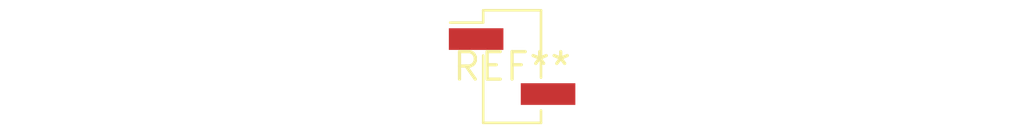
<source format=kicad_pcb>
(kicad_pcb (version 20240108) (generator pcbnew)
  (layers (0 "F.Cu" signal) (31 "B.Cu" signal) (34 "B.Paste" user) (35 "F.Paste" user) (36 "B.SilkS" user "B.Silkscreen") (37 "F.SilkS" user "F.Silkscreen") (38 "B.Mask" user) (39 "F.Mask" user) (44 "Edge.Cuts" user))
  (net 0 "")
  (footprint "PinHeader_1x02_P2.54mm_Vertical_SMD_Pin1Left" (layer "F.Cu") (at 0 0)
    (property "Reference" "REF**")
    (property "Value" "PinHeader_1x02_P2.54mm_Vertical_SMD_Pin1Left")
    (fp_line (start -1.33 -2.6) (end -1.33 -2.03) (layer "F.SilkS") (stroke (width 0.12)))
    (fp_line (start -1.33 -2.6) (end 1.33 -2.6) (layer "F.SilkS") (stroke (width 0.12)))
    (fp_line (start -1.33 -2.03) (end -2.85 -2.03) (layer "F.SilkS") (stroke (width 0.12)))
    (fp_line (start -1.33 -0.51) (end -1.33 2.6) (layer "F.SilkS") (stroke (width 0.12)))
    (fp_line (start -1.33 2.6) (end 1.33 2.6) (layer "F.SilkS") (stroke (width 0.12)))
    (fp_line (start 1.33 -2.6) (end 1.33 0.51) (layer "F.SilkS") (stroke (width 0.12)))
    (fp_line (start 1.33 2.03) (end 1.33 2.6) (layer "F.SilkS") (stroke (width 0.12)))
    (pad "1" smd rect (at -1.655 -1.27) (size 2.51 1) (layers "F.Cu" "F.Paste" "F.Mask"))
    (pad "2" smd rect (at 1.655 1.27) (size 2.51 1) (layers "F.Cu" "F.Paste" "F.Mask"))
  )
)
</source>
